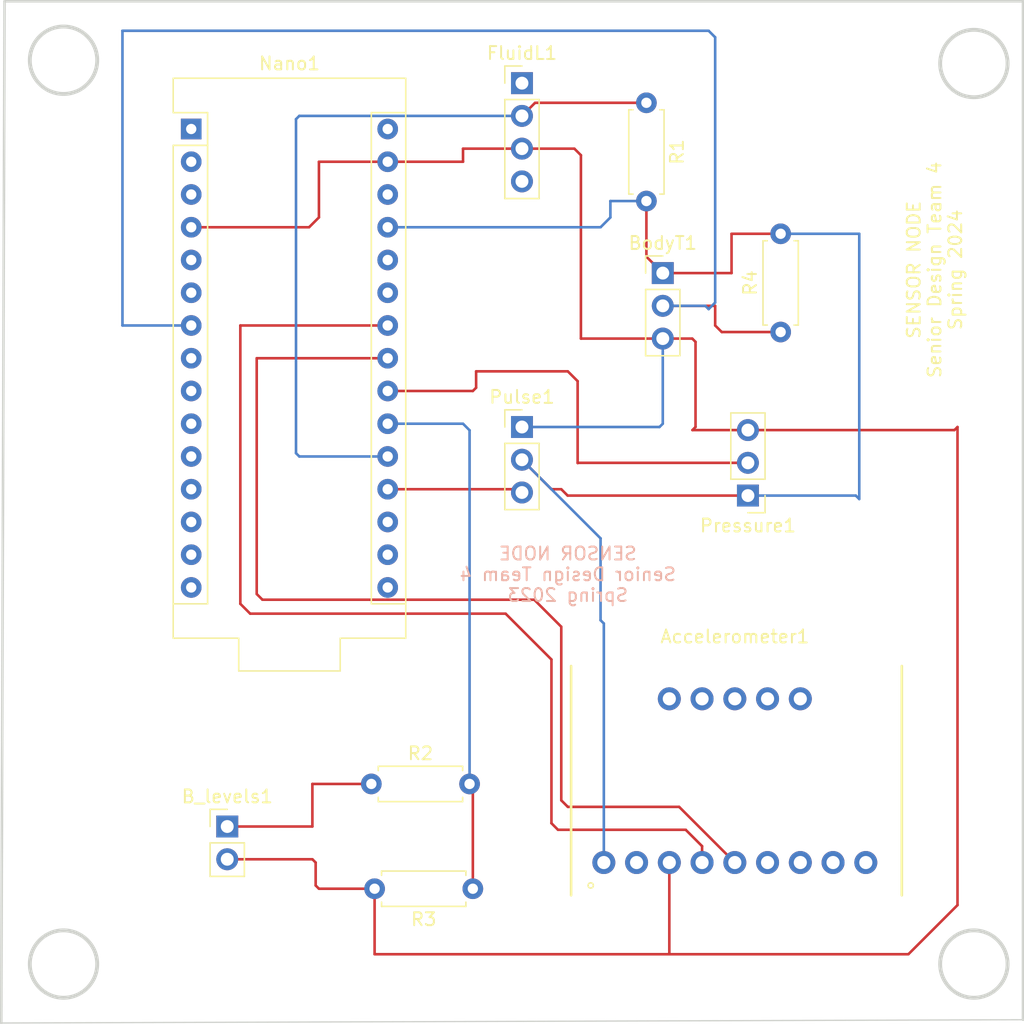
<source format=kicad_pcb>
(kicad_pcb (version 20221018) (generator pcbnew)
  (title_block (title "Sensor Node PCB") (rev "v01") (comment 4 "Author: Maryam Mukhtar "))
  (layers (0 "F.Cu" signal) (31 "B.Cu" signal) (34 "B.Paste" user) (35 "F.Paste" user) (36 "B.SilkS" user "B.Silkscreen") (37 "F.SilkS" user "F.Silkscreen") (38 "B.Mask" user) (39 "F.Mask" user) (44 "Edge.Cuts" user))
  (net 0 "")
  (net 1 "Net-(Nano1-Pad27)")
  (net 2 "Net-(Accelerometer1-Pad3)")
  (net 4 "Net-(Accelerometer1-Pad4)")
  (net 5 "Net-(Accelerometer1-Pad5)")
  (net 15 "Net-(Nano1-Pad7)")
  (net 18 "Net-(FluidL1-Pad2)")
  (net 19 "Net-(Nano1-Pad22)")
  (net 20 "Net-(Nano1-Pad19)")
  (net 21 "Net-(B_levels1-Pad1)")
  (net 29 "Net-(Nano1-Pad21)")
  (footprint "Arduino:Arduino_Nano" (layer "F.Cu") (at 134.366 53.594)
    (fp_text reference "Nano1" (at 7.62 -5.08) (layer "F.SilkS"))
    (fp_text value "Arduino_Nano")
    (fp_line (start -1.397 -3.937) (end -1.397 -1.27) (stroke (width 0.12)) (layer "F.SilkS"))
    (fp_line (start -1.397 1.27) (end -1.397 39.497) (stroke (width 0.12)) (layer "F.SilkS"))
    (fp_line (start -1.397 39.497) (end 3.683 39.497) (stroke (width 0.12)) (layer "F.SilkS"))
    (fp_line (start 1.27 -1.27) (end -1.397 -1.27) (stroke (width 0.12)) (layer "F.SilkS"))
    (fp_line (start 1.27 1.27) (end -1.397 1.27) (stroke (width 0.12)) (layer "F.SilkS"))
    (fp_line (start 1.27 1.27) (end 1.27 -1.27) (stroke (width 0.12)) (layer "F.SilkS"))
    (fp_line (start 1.27 1.27) (end 1.27 36.83) (stroke (width 0.12)) (layer "F.SilkS"))
    (fp_line (start 1.27 36.83) (end -1.4 36.83) (stroke (width 0.12)) (layer "F.SilkS"))
    (fp_line (start 3.683 42.037) (end 3.683 39.497) (stroke (width 0.12)) (layer "F.SilkS"))
    (fp_line (start 3.683 42.037) (end 11.557 42.037) (stroke (width 0.12)) (layer "F.SilkS"))
    (fp_line (start 11.557 39.497) (end 16.637 39.497) (stroke (width 0.12)) (layer "F.SilkS"))
    (fp_line (start 11.557 42.037) (end 11.557 39.497) (stroke (width 0.12)) (layer "F.SilkS"))
    (fp_line (start 13.97 -1.27) (end 13.97 36.83) (stroke (width 0.12)) (layer "F.SilkS"))
    (fp_line (start 13.97 -1.27) (end 16.64 -1.27) (stroke (width 0.12)) (layer "F.SilkS"))
    (fp_line (start 13.97 36.83) (end 16.64 36.83) (stroke (width 0.12)) (layer "F.SilkS"))
    (fp_line (start 16.637 -3.937) (end -1.397 -3.937) (stroke (width 0.12)) (layer "F.SilkS"))
    (fp_line (start 16.637 39.497) (end 16.637 -3.937) (stroke (width 0.12)) (layer "F.SilkS"))
    (pad "1" thru_hole rect (at 0 0) (size 1.6 1.6) (drill 0.8) (layers "*.Cu" "*.Mask"))
    (pad "2" thru_hole oval (at 0 2.54) (size 1.6 1.6) (drill 0.8) (layers "*.Cu" "*.Mask"))
    (pad "3" thru_hole oval (at 0 5.08) (size 1.6 1.6) (drill 0.8) (layers "*.Cu" "*.Mask"))
    (pad "4" thru_hole oval (at 0 7.62) (size 1.6 1.6) (drill 0.8) (layers "*.Cu" "*.Mask") (net 2 "Net-(Accelerometer1-Pad3)"))
    (pad "5" thru_hole oval (at 0 10.16) (size 1.6 1.6) (drill 0.8) (layers "*.Cu" "*.Mask"))
    (pad "6" thru_hole oval (at 0 12.7) (size 1.6 1.6) (drill 0.8) (layers "*.Cu" "*.Mask"))
    (pad "7" thru_hole oval (at 0 15.24) (size 1.6 1.6) (drill 0.8) (layers "*.Cu" "*.Mask") (net 15 "Net-(Nano1-Pad7)"))
    (pad "8" thru_hole oval (at 0 17.78) (size 1.6 1.6) (drill 0.8) (layers "*.Cu" "*.Mask"))
    (pad "9" thru_hole oval (at 0 20.32) (size 1.6 1.6) (drill 0.8) (layers "*.Cu" "*.Mask"))
    (pad "10" thru_hole oval (at 0 22.86) (size 1.6 1.6) (drill 0.8) (layers "*.Cu" "*.Mask"))
    (pad "11" thru_hole oval (at 0 25.4) (size 1.6 1.6) (drill 0.8) (layers "*.Cu" "*.Mask"))
    (pad "12" thru_hole oval (at 0 27.94) (size 1.6 1.6) (drill 0.8) (layers "*.Cu" "*.Mask"))
    (pad "13" thru_hole oval (at 0 30.48) (size 1.6 1.6) (drill 0.8) (layers "*.Cu" "*.Mask"))
    (pad "14" thru_hole oval (at 0 33.02) (size 1.6 1.6) (drill 0.8) (layers "*.Cu" "*.Mask"))
    (pad "15" thru_hole oval (at 0 35.56) (size 1.6 1.6) (drill 0.8) (layers "*.Cu" "*.Mask"))
    (pad "16" thru_hole oval (at 15.24 35.56) (size 1.6 1.6) (drill 0.8) (layers "*.Cu" "*.Mask"))
    (pad "17" thru_hole oval (at 15.24 33.02) (size 1.6 1.6) (drill 0.8) (layers "*.Cu" "*.Mask"))
    (pad "18" thru_hole oval (at 15.24 30.48) (size 1.6 1.6) (drill 0.8) (layers "*.Cu" "*.Mask"))
    (pad "19" thru_hole oval (at 15.24 27.94) (size 1.6 1.6) (drill 0.8) (layers "*.Cu" "*.Mask") (net 20 "Net-(Nano1-Pad19)"))
    (pad "20" thru_hole oval (at 15.24 25.4) (size 1.6 1.6) (drill 0.8) (layers "*.Cu" "*.Mask") (net 18 "Net-(FluidL1-Pad2)"))
    (pad "21" thru_hole oval (at 15.24 22.86) (size 1.6 1.6) (drill 0.8) (layers "*.Cu" "*.Mask") (net 29 "Net-(Nano1-Pad21)"))
    (pad "22" thru_hole oval (at 15.24 20.32) (size 1.6 1.6) (drill 0.8) (layers "*.Cu" "*.Mask") (net 19 "Net-(Nano1-Pad22)"))
    (pad "23" thru_hole oval (at 15.24 17.78) (size 1.6 1.6) (drill 0.8) (layers "*.Cu" "*.Mask") (net 5 "Net-(Accelerometer1-Pad5)"))
    (pad "24" thru_hole oval (at 15.24 15.24) (size 1.6 1.6) (drill 0.8) (layers "*.Cu" "*.Mask") (net 4 "Net-(Accelerometer1-Pad4)"))
    (pad "25" thru_hole oval (at 15.24 12.7) (size 1.6 1.6) (drill 0.8) (layers "*.Cu" "*.Mask"))
    (pad "26" thru_hole oval (at 15.24 10.16) (size 1.6 1.6) (drill 0.8) (layers "*.Cu" "*.Mask"))
    (pad "27" thru_hole oval (at 15.24 7.62) (size 1.6 1.6) (drill 0.8) (layers "*.Cu" "*.Mask") (net 1 "Net-(Nano1-Pad27)"))
    (pad "28" thru_hole oval (at 15.24 5.08) (size 1.6 1.6) (drill 0.8) (layers "*.Cu" "*.Mask"))
    (pad "29" thru_hole oval (at 15.24 2.54) (size 1.6 1.6) (drill 0.8) (layers "*.Cu" "*.Mask") (net 2 "Net-(Accelerometer1-Pad3)"))
    (pad "30" thru_hole oval (at 15.24 0) (size 1.6 1.6) (drill 0.8) (layers "*.Cu" "*.Mask"))
  )
  (footprint "Connector_PinHeader_2.54mm:PinHeader_1x02_P2.54mm_Vertical" (layer "F.Cu") (at 137.16 107.696)
    (fp_text reference "B_levels1" (at 0 -2.33) (layer "F.SilkS"))
    (fp_text value "BT_L_Port")
    (fp_line (start -1.33 -1.33) (end 0 -1.33) (stroke (width 0.12)) (layer "F.SilkS"))
    (fp_line (start -1.33 0) (end -1.33 -1.33) (stroke (width 0.12)) (layer "F.SilkS"))
    (fp_line (start -1.33 1.27) (end -1.33 3.87) (stroke (width 0.12)) (layer "F.SilkS"))
    (fp_line (start -1.33 1.27) (end 1.33 1.27) (stroke (width 0.12)) (layer "F.SilkS"))
    (fp_line (start -1.33 3.87) (end 1.33 3.87) (stroke (width 0.12)) (layer "F.SilkS"))
    (fp_line (start 1.33 1.27) (end 1.33 3.87) (stroke (width 0.12)) (layer "F.SilkS"))
    (pad "1" thru_hole rect (at 0 0) (size 1.7 1.7) (drill 1) (layers "*.Cu" "*.Mask") (net 21 "Net-(B_levels1-Pad1)"))
    (pad "2" thru_hole oval (at 0 2.54) (size 1.7 1.7) (drill 1) (layers "*.Cu" "*.Mask") (net 2 "Net-(Accelerometer1-Pad3)"))
  )
  (footprint "Resistor_THT:R_Axial_DIN0207_L6.3mm_D2.5mm_P7.62mm_Horizontal" (layer "F.Cu") (at 169.672 51.562 -90)
    (fp_text reference "R1" (at 3.81 -2.37 90) (layer "F.SilkS"))
    (fp_text value "560Ω")
    (fp_line (start 0.54 -1.37) (end 7.08 -1.37) (stroke (width 0.12)) (layer "F.SilkS"))
    (fp_line (start 0.54 -1.04) (end 0.54 -1.37) (stroke (width 0.12)) (layer "F.SilkS"))
    (fp_line (start 0.54 1.04) (end 0.54 1.37) (stroke (width 0.12)) (layer "F.SilkS"))
    (fp_line (start 0.54 1.37) (end 7.08 1.37) (stroke (width 0.12)) (layer "F.SilkS"))
    (fp_line (start 7.08 -1.37) (end 7.08 -1.04) (stroke (width 0.12)) (layer "F.SilkS"))
    (fp_line (start 7.08 1.37) (end 7.08 1.04) (stroke (width 0.12)) (layer "F.SilkS"))
    (pad "1" thru_hole circle (at 0 0 270) (size 1.6 1.6) (drill 0.8) (layers "*.Cu" "*.Mask") (net 18 "Net-(FluidL1-Pad2)"))
    (pad "2" thru_hole oval (at 7.62 0 270) (size 1.6 1.6) (drill 0.8) (layers "*.Cu" "*.Mask") (net 1 "Net-(Nano1-Pad27)"))
  )
  (footprint "Connector_PinHeader_2.54mm:PinHeader_1x04_P2.54mm_Vertical" (layer "F.Cu") (at 160.02 50.038)
    (fp_text reference "FluidL1" (at 0 -2.33) (layer "F.SilkS"))
    (fp_text value "eTape_Port")
    (fp_line (start -1.33 -1.33) (end 0 -1.33) (stroke (width 0.12)) (layer "F.SilkS"))
    (fp_line (start -1.33 0) (end -1.33 -1.33) (stroke (width 0.12)) (layer "F.SilkS"))
    (fp_line (start -1.33 1.27) (end -1.33 8.95) (stroke (width 0.12)) (layer "F.SilkS"))
    (fp_line (start -1.33 1.27) (end 1.33 1.27) (stroke (width 0.12)) (layer "F.SilkS"))
    (fp_line (start -1.33 8.95) (end 1.33 8.95) (stroke (width 0.12)) (layer "F.SilkS"))
    (fp_line (start 1.33 1.27) (end 1.33 8.95) (stroke (width 0.12)) (layer "F.SilkS"))
    (pad "1" thru_hole rect (at 0 0) (size 1.7 1.7) (drill 1) (layers "*.Cu" "*.Mask"))
    (pad "2" thru_hole oval (at 0 2.54) (size 1.7 1.7) (drill 1) (layers "*.Cu" "*.Mask") (net 18 "Net-(FluidL1-Pad2)"))
    (pad "3" thru_hole oval (at 0 5.08) (size 1.7 1.7) (drill 1) (layers "*.Cu" "*.Mask") (net 2 "Net-(Accelerometer1-Pad3)"))
    (pad "4" thru_hole oval (at 0 7.62) (size 1.7 1.7) (drill 1) (layers "*.Cu" "*.Mask"))
  )
  (footprint "Connector_PinHeader_2.54mm:PinHeader_1x03_P2.54mm_Vertical" (layer "F.Cu") (at 160.02 76.708)
    (fp_text reference "Pulse1" (at 0 -2.33) (layer "F.SilkS"))
    (fp_text value "SEN-11574_Port")
    (fp_line (start -1.33 -1.33) (end 0 -1.33) (stroke (width 0.12)) (layer "F.SilkS"))
    (fp_line (start -1.33 0) (end -1.33 -1.33) (stroke (width 0.12)) (layer "F.SilkS"))
    (fp_line (start -1.33 1.27) (end -1.33 6.41) (stroke (width 0.12)) (layer "F.SilkS"))
    (fp_line (start -1.33 1.27) (end 1.33 1.27) (stroke (width 0.12)) (layer "F.SilkS"))
    (fp_line (start -1.33 6.41) (end 1.33 6.41) (stroke (width 0.12)) (layer "F.SilkS"))
    (fp_line (start 1.33 1.27) (end 1.33 6.41) (stroke (width 0.12)) (layer "F.SilkS"))
    (pad "1" thru_hole rect (at 0 0) (size 1.7 1.7) (drill 1) (layers "*.Cu" "*.Mask") (net 2 "Net-(Accelerometer1-Pad3)"))
    (pad "2" thru_hole oval (at 0 2.54) (size 1.7 1.7) (drill 1) (layers "*.Cu" "*.Mask") (net 1 "Net-(Nano1-Pad27)"))
    (pad "3" thru_hole oval (at 0 5.08) (size 1.7 1.7) (drill 1) (layers "*.Cu" "*.Mask") (net 20 "Net-(Nano1-Pad19)"))
  )
  (footprint "Resistor_THT:R_Axial_DIN0207_L6.3mm_D2.5mm_P7.62mm_Horizontal" (layer "F.Cu") (at 180.086 69.342 90)
    (fp_text reference "R4" (at 3.81 -2.37 90) (layer "F.SilkS"))
    (fp_text value "4.7kΩ")
    (fp_line (start 0.54 -1.37) (end 7.08 -1.37) (stroke (width 0.12)) (layer "F.SilkS"))
    (fp_line (start 0.54 -1.04) (end 0.54 -1.37) (stroke (width 0.12)) (layer "F.SilkS"))
    (fp_line (start 0.54 1.04) (end 0.54 1.37) (stroke (width 0.12)) (layer "F.SilkS"))
    (fp_line (start 0.54 1.37) (end 7.08 1.37) (stroke (width 0.12)) (layer "F.SilkS"))
    (fp_line (start 7.08 -1.37) (end 7.08 -1.04) (stroke (width 0.12)) (layer "F.SilkS"))
    (fp_line (start 7.08 1.37) (end 7.08 1.04) (stroke (width 0.12)) (layer "F.SilkS"))
    (pad "1" thru_hole circle (at 0 0 90) (size 1.6 1.6) (drill 0.8) (layers "*.Cu" "*.Mask") (net 15 "Net-(Nano1-Pad7)"))
    (pad "2" thru_hole oval (at 7.62 0 90) (size 1.6 1.6) (drill 0.8) (layers "*.Cu" "*.Mask") (net 1 "Net-(Nano1-Pad27)"))
  )
  (footprint "My_footprints_Library:LSM6DSOX" (layer "F.Cu") (at 176.53 104.14)
    (fp_text reference "Accelerometer1" (at 0 -11.176 unlocked) (layer "F.SilkS"))
    (fp_text value "LSM6DSOX")
    (fp_line (start -12.7 8.89) (end -12.7 -8.89) (stroke (width 0.2032)) (layer "F.SilkS"))
    (fp_line (start 12.954 8.89) (end 12.954 -8.89) (stroke (width 0.2032)) (layer "F.SilkS"))
    (fp_circle (center -11.176 8.128) (end -10.9728 8.128) (stroke (width 0.12)) (fill none) (layer "F.SilkS"))
    (pad "1" thru_hole circle (at -10.16 6.35) (size 1.782 1.782) (drill 1.02) (layers "*.Cu" "*.Mask") (net 1 "Net-(Nano1-Pad27)"))
    (pad "2" thru_hole circle (at -7.62 6.35) (size 1.782 1.782) (drill 1.02) (layers "*.Cu" "*.Mask"))
    (pad "3" thru_hole circle (at -5.08 6.35) (size 1.782 1.782) (drill 1.02) (layers "*.Cu" "*.Mask") (net 2 "Net-(Accelerometer1-Pad3)"))
    (pad "4" thru_hole circle (at -2.54 6.35) (size 1.782 1.782) (drill 1.02) (layers "*.Cu" "*.Mask") (net 4 "Net-(Accelerometer1-Pad4)"))
    (pad "5" thru_hole circle (at 0 6.35) (size 1.782 1.782) (drill 1.02) (layers "*.Cu" "*.Mask") (net 5 "Net-(Accelerometer1-Pad5)"))
    (pad "6" thru_hole circle (at 2.54 6.35) (size 1.782 1.782) (drill 1.02) (layers "*.Cu" "*.Mask"))
    (pad "7" thru_hole circle (at 5.08 6.35) (size 1.782 1.782) (drill 1.02) (layers "*.Cu" "*.Mask"))
    (pad "8" thru_hole circle (at 7.62 6.35) (size 1.782 1.782) (drill 1.02) (layers "*.Cu" "*.Mask"))
    (pad "9" thru_hole circle (at 10.16 6.35) (size 1.782 1.782) (drill 1.02) (layers "*.Cu" "*.Mask"))
    (pad "10" thru_hole circle (at -5.08 -6.35) (size 1.782 1.782) (drill 1.02) (layers "*.Cu" "*.Mask"))
    (pad "11" thru_hole circle (at -2.54 -6.35) (size 1.782 1.782) (drill 1.02) (layers "*.Cu" "*.Mask"))
    (pad "12" thru_hole circle (at 0 -6.35) (size 1.782 1.782) (drill 1.02) (layers "*.Cu" "*.Mask"))
    (pad "13" thru_hole circle (at 2.54 -6.35) (size 1.782 1.782) (drill 1.02) (layers "*.Cu" "*.Mask"))
    (pad "14" thru_hole circle (at 5.08 -6.35) (size 1.782 1.782) (drill 1.02) (layers "*.Cu" "*.Mask"))
  )
  (footprint "Resistor_THT:R_Axial_DIN0207_L6.3mm_D2.5mm_P7.62mm_Horizontal" (layer "F.Cu") (at 148.336 104.394)
    (fp_text reference "R2" (at 3.81 -2.37) (layer "F.SilkS"))
    (fp_text value "21kΩ")
    (fp_line (start 0.54 -1.37) (end 7.08 -1.37) (stroke (width 0.12)) (layer "F.SilkS"))
    (fp_line (start 0.54 -1.04) (end 0.54 -1.37) (stroke (width 0.12)) (layer "F.SilkS"))
    (fp_line (start 0.54 1.04) (end 0.54 1.37) (stroke (width 0.12)) (layer "F.SilkS"))
    (fp_line (start 0.54 1.37) (end 7.08 1.37) (stroke (width 0.12)) (layer "F.SilkS"))
    (fp_line (start 7.08 -1.37) (end 7.08 -1.04) (stroke (width 0.12)) (layer "F.SilkS"))
    (fp_line (start 7.08 1.37) (end 7.08 1.04) (stroke (width 0.12)) (layer "F.SilkS"))
    (pad "1" thru_hole circle (at 0 0) (size 1.6 1.6) (drill 0.8) (layers "*.Cu" "*.Mask") (net 21 "Net-(B_levels1-Pad1)"))
    (pad "2" thru_hole oval (at 7.62 0) (size 1.6 1.6) (drill 0.8) (layers "*.Cu" "*.Mask") (net 29 "Net-(Nano1-Pad21)"))
  )
  (footprint "Resistor_THT:R_Axial_DIN0207_L6.3mm_D2.5mm_P7.62mm_Horizontal" (layer "F.Cu") (at 156.21 112.522 180)
    (fp_text reference "R3" (at 3.81 -2.37) (layer "F.SilkS"))
    (fp_text value "11kΩ")
    (fp_line (start 0.54 -1.37) (end 7.08 -1.37) (stroke (width 0.12)) (layer "F.SilkS"))
    (fp_line (start 0.54 -1.04) (end 0.54 -1.37) (stroke (width 0.12)) (layer "F.SilkS"))
    (fp_line (start 0.54 1.04) (end 0.54 1.37) (stroke (width 0.12)) (layer "F.SilkS"))
    (fp_line (start 0.54 1.37) (end 7.08 1.37) (stroke (width 0.12)) (layer "F.SilkS"))
    (fp_line (start 7.08 -1.37) (end 7.08 -1.04) (stroke (width 0.12)) (layer "F.SilkS"))
    (fp_line (start 7.08 1.37) (end 7.08 1.04) (stroke (width 0.12)) (layer "F.SilkS"))
    (pad "1" thru_hole circle (at 0 0 180) (size 1.6 1.6) (drill 0.8) (layers "*.Cu" "*.Mask") (net 29 "Net-(Nano1-Pad21)"))
    (pad "2" thru_hole oval (at 7.62 0 180) (size 1.6 1.6) (drill 0.8) (layers "*.Cu" "*.Mask") (net 2 "Net-(Accelerometer1-Pad3)"))
  )
  (footprint "Connector_PinHeader_2.54mm:PinHeader_1x03_P2.54mm_Vertical" (layer "F.Cu") (at 170.942 64.77)
    (fp_text reference "BodyT1" (at 0 -2.33) (layer "F.SilkS"))
    (fp_text value "LM35_Port")
    (fp_line (start -1.33 -1.33) (end 0 -1.33) (stroke (width 0.12)) (layer "F.SilkS"))
    (fp_line (start -1.33 0) (end -1.33 -1.33) (stroke (width 0.12)) (layer "F.SilkS"))
    (fp_line (start -1.33 1.27) (end -1.33 6.41) (stroke (width 0.12)) (layer "F.SilkS"))
    (fp_line (start -1.33 1.27) (end 1.33 1.27) (stroke (width 0.12)) (layer "F.SilkS"))
    (fp_line (start -1.33 6.41) (end 1.33 6.41) (stroke (width 0.12)) (layer "F.SilkS"))
    (fp_line (start 1.33 1.27) (end 1.33 6.41) (stroke (width 0.12)) (layer "F.SilkS"))
    (pad "1" thru_hole rect (at 0 0) (size 1.7 1.7) (drill 1) (layers "*.Cu" "*.Mask") (net 1 "Net-(Nano1-Pad27)"))
    (pad "2" thru_hole oval (at 0 2.54) (size 1.7 1.7) (drill 1) (layers "*.Cu" "*.Mask") (net 15 "Net-(Nano1-Pad7)"))
    (pad "3" thru_hole oval (at 0 5.08) (size 1.7 1.7) (drill 1) (layers "*.Cu" "*.Mask") (net 2 "Net-(Accelerometer1-Pad3)"))
  )
  (footprint "Connector_PinHeader_2.54mm:PinHeader_1x03_P2.54mm_Vertical" (layer "F.Cu") (at 177.546 82.027 180)
    (fp_text reference "Pressure1" (at 0 -2.33) (layer "F.SilkS"))
    (fp_text value "P_trans_port")
    (fp_line (start -1.33 -1.33) (end 0 -1.33) (stroke (width 0.12)) (layer "F.SilkS"))
    (fp_line (start -1.33 0) (end -1.33 -1.33) (stroke (width 0.12)) (layer "F.SilkS"))
    (fp_line (start -1.33 1.27) (end -1.33 6.41) (stroke (width 0.12)) (layer "F.SilkS"))
    (fp_line (start -1.33 1.27) (end 1.33 1.27) (stroke (width 0.12)) (layer "F.SilkS"))
    (fp_line (start -1.33 6.41) (end 1.33 6.41) (stroke (width 0.12)) (layer "F.SilkS"))
    (fp_line (start 1.33 1.27) (end 1.33 6.41) (stroke (width 0.12)) (layer "F.SilkS"))
    (pad "1" thru_hole rect (at 0 0 180) (size 1.7 1.7) (drill 1) (layers "*.Cu" "*.Mask") (net 1 "Net-(Nano1-Pad27)"))
    (pad "2" thru_hole oval (at 0 2.54 180) (size 1.7 1.7) (drill 1) (layers "*.Cu" "*.Mask") (net 19 "Net-(Nano1-Pad22)"))
    (pad "3" thru_hole oval (at 0 5.08 180) (size 1.7 1.7) (drill 1) (layers "*.Cu" "*.Mask") (net 2 "Net-(Accelerometer1-Pad3)"))
  )
  (gr_line (start 119.634 122.936) (end 198.882 122.682) (stroke (width 0.1)) (layer "Edge.Cuts"))
  (gr_circle (center 124.46 118.364) (end 127.07509 118.364) (stroke (width 0.3)) (fill none) (layer "Edge.Cuts"))
  (gr_line (start 119.888 43.688) (end 119.634 122.936) (stroke (width 0.2)) (layer "Edge.Cuts"))
  (gr_circle (center 195.072 118.364) (end 197.68709 118.364) (stroke (width 0.3)) (fill none) (layer "Edge.Cuts"))
  (gr_line (start 198.882 43.688) (end 119.888 43.688) (stroke (width 0.2)) (layer "Edge.Cuts"))
  (gr_line (start 198.882 122.682) (end 198.882 43.688) (stroke (width 0.2)) (layer "Edge.Cuts"))
  (gr_circle (center 124.46 48.26) (end 127.07509 48.26) (stroke (width 0.3)) (fill none) (layer "Edge.Cuts"))
  (gr_circle (center 195.072 48.514) (end 197.68709 48.514) (stroke (width 0.3)) (fill none) (layer "Edge.Cuts"))
  (gr_text "SENSOR NODE\nSenior Design Team 4\nSpring 2023" (at 163.576 88.138) (layer "B.SilkS") (effects (font (size 1 1)) (justify mirror)))
  (gr_text "SENSOR NODE\nSenior Design Team 4\nSpring 2024" (at 192.024 64.516 90) (layer "F.SilkS") (effects (font (size 1 1))))
  (segment (start 176.276 61.722) (end 176.276 64.77) (width 0.2) (layer "F.Cu") (net 1))
  (segment (start 162.306 81.534) (end 163.068 81.534) (width 0.2) (layer "F.Cu") (net 1))
  (segment (start 176.276 64.77) (end 170.942 64.77) (width 0.2) (layer "F.Cu") (net 1))
  (segment (start 163.561 82.027) (end 177.546 82.027) (width 0.2) (layer "F.Cu") (net 1))
  (segment (start 160.02 79.248) (end 162.306 81.534) (width 0.2) (layer "F.Cu") (net 1))
  (segment (start 169.672 63.5) (end 170.942 64.77) (width 0.2) (layer "F.Cu") (net 1))
  (segment (start 169.672 59.182) (end 169.672 63.5) (width 0.2) (layer "F.Cu") (net 1))
  (segment (start 163.068 81.534) (end 163.561 82.027) (width 0.2) (layer "F.Cu") (net 1))
  (segment (start 180.086 61.722) (end 176.276 61.722) (width 0.2) (layer "F.Cu") (net 1))
  (segment (start 160.02 79.248) (end 166.116 85.344) (width 0.2) (layer "B.Cu") (net 1))
  (segment (start 166.116 91.694) (end 166.37 91.948) (width 0.2) (layer "B.Cu") (net 1))
  (segment (start 166.116 85.344) (end 166.116 91.694) (width 0.2) (layer "B.Cu") (net 1))
  (segment (start 186.182 61.722) (end 180.086 61.722) (width 0.2) (layer "B.Cu") (net 1))
  (segment (start 166.878 59.182) (end 169.672 59.182) (width 0.2) (layer "B.Cu") (net 1))
  (segment (start 149.606 61.214) (end 166.116 61.214) (width 0.2) (layer "B.Cu") (net 1))
  (segment (start 166.878 60.452) (end 166.878 59.182) (width 0.2) (layer "B.Cu") (net 1))
  (segment (start 185.913 82.027) (end 186.182 82.296) (width 0.2) (layer "B.Cu") (net 1))
  (segment (start 186.182 82.296) (end 186.182 61.722) (width 0.2) (layer "B.Cu") (net 1))
  (segment (start 166.116 61.214) (end 166.878 60.452) (width 0.2) (layer "B.Cu") (net 1))
  (segment (start 166.37 91.948) (end 166.37 110.49) (width 0.2) (layer "B.Cu") (net 1))
  (segment (start 177.546 82.027) (end 185.913 82.027) (width 0.2) (layer "B.Cu") (net 1))
  (segment (start 143.51 61.214) (end 144.272 60.452) (width 0.2) (layer "F.Cu") (net 2))
  (segment (start 143.764 110.236) (end 144.018 110.49) (width 0.2) (layer "F.Cu") (net 2))
  (segment (start 144.272 56.134) (end 149.606 56.134) (width 0.2) (layer "F.Cu") (net 2))
  (segment (start 173.482 76.708) (end 173.243 76.947) (width 0.2) (layer "F.Cu") (net 2))
  (segment (start 134.366 61.214) (end 143.51 61.214) (width 0.2) (layer "F.Cu") (net 2))
  (segment (start 171.45 110.49) (end 171.45 117.602) (width 0.2) (layer "F.Cu") (net 2))
  (segment (start 149.606 56.134) (end 155.448 56.134) (width 0.2) (layer "F.Cu") (net 2))
  (segment (start 160.02 55.118) (end 164.084 55.118) (width 0.2) (layer "F.Cu") (net 2))
  (segment (start 193.802 76.708) (end 193.563 76.947) (width 0.2) (layer "F.Cu") (net 2))
  (segment (start 155.448 55.118) (end 160.02 55.118) (width 0.2) (layer "F.Cu") (net 2))
  (segment (start 173.243 76.947) (end 177.546 76.947) (width 0.2) (layer "F.Cu") (net 2))
  (segment (start 193.563 76.947) (end 177.546 76.947) (width 0.2) (layer "F.Cu") (net 2))
  (segment (start 148.59 117.602) (end 171.45 117.602) (width 0.2) (layer "F.Cu") (net 2))
  (segment (start 173.482 70.104) (end 173.482 76.708) (width 0.2) (layer "F.Cu") (net 2))
  (segment (start 155.448 56.134) (end 155.448 55.118) (width 0.2) (layer "F.Cu") (net 2))
  (segment (start 164.592 69.85) (end 170.942 69.85) (width 0.2) (layer "F.Cu") (net 2))
  (segment (start 137.16 110.236) (end 143.764 110.236) (width 0.2) (layer "F.Cu") (net 2))
  (segment (start 189.992 117.602) (end 193.802 113.792) (width 0.2) (layer "F.Cu") (net 2))
  (segment (start 144.018 112.268) (end 144.272 112.522) (width 0.2) (layer "F.Cu") (net 2))
  (segment (start 144.272 60.452) (end 144.272 56.134) (width 0.2) (layer "F.Cu") (net 2))
  (segment (start 193.802 113.792) (end 193.802 76.708) (width 0.2) (layer "F.Cu") (net 2))
  (segment (start 164.592 55.626) (end 164.592 69.85) (width 0.2) (layer "F.Cu") (net 2))
  (segment (start 170.942 69.85) (end 173.228 69.85) (width 0.2) (layer "F.Cu") (net 2))
  (segment (start 144.272 112.522) (end 148.59 112.522) (width 0.2) (layer "F.Cu") (net 2))
  (segment (start 144.018 110.49) (end 144.018 112.268) (width 0.2) (layer "F.Cu") (net 2))
  (segment (start 148.59 112.522) (end 148.59 117.602) (width 0.2) (layer "F.Cu") (net 2))
  (segment (start 164.084 55.118) (end 164.592 55.626) (width 0.2) (layer "F.Cu") (net 2))
  (segment (start 173.228 69.85) (end 173.482 70.104) (width 0.2) (layer "F.Cu") (net 2))
  (segment (start 171.45 117.602) (end 189.992 117.602) (width 0.2) (layer "F.Cu") (net 2))
  (segment (start 160.02 76.708) (end 170.688 76.708) (width 0.2) (layer "B.Cu") (net 2))
  (segment (start 170.688 76.708) (end 170.942 76.454) (width 0.2) (layer "B.Cu") (net 2))
  (segment (start 170.942 76.454) (end 170.942 69.85) (width 0.2) (layer "B.Cu") (net 2))
  (segment (start 173.99 109.22) (end 172.72 107.95) (width 0.2) (layer "F.Cu") (net 4))
  (segment (start 162.306 107.442) (end 162.306 94.742) (width 0.2) (layer "F.Cu") (net 4))
  (segment (start 138.938 91.186) (end 138.176 90.424) (width 0.2) (layer "F.Cu") (net 4))
  (segment (start 138.176 68.834) (end 149.606 68.834) (width 0.2) (layer "F.Cu") (net 4))
  (segment (start 172.72 107.95) (end 162.814 107.95) (width 0.2) (layer "F.Cu") (net 4))
  (segment (start 162.814 107.95) (end 162.306 107.442) (width 0.2) (layer "F.Cu") (net 4))
  (segment (start 138.176 90.424) (end 138.176 68.834) (width 0.2) (layer "F.Cu") (net 4))
  (segment (start 173.99 110.49) (end 173.99 109.22) (width 0.2) (layer "F.Cu") (net 4))
  (segment (start 162.306 94.742) (end 158.75 91.186) (width 0.2) (layer "F.Cu") (net 4))
  (segment (start 158.75 91.186) (end 138.938 91.186) (width 0.2) (layer "F.Cu") (net 4))
  (segment (start 139.446 89.662) (end 139.446 71.374) (width 0.2) (layer "F.Cu") (net 5))
  (segment (start 139.446 71.374) (end 149.606 71.374) (width 0.2) (layer "F.Cu") (net 5))
  (segment (start 172.212 106.172) (end 163.576 106.172) (width 0.2) (layer "F.Cu") (net 5))
  (segment (start 176.53 110.49) (end 172.212 106.172) (width 0.2) (layer "F.Cu") (net 5))
  (segment (start 163.068 92.202) (end 160.970311 90.104311) (width 0.2) (layer "F.Cu") (net 5))
  (segment (start 163.576 106.172) (end 163.068 105.664) (width 0.2) (layer "F.Cu") (net 5))
  (segment (start 139.888311 90.104311) (end 139.446 89.662) (width 0.2) (layer "F.Cu") (net 5))
  (segment (start 160.970311 90.104311) (end 139.888311 90.104311) (width 0.2) (layer "F.Cu") (net 5))
  (segment (start 163.068 105.664) (end 163.068 92.202) (width 0.2) (layer "F.Cu") (net 5))
  (segment (start 175.006 68.834) (end 175.006 67.31) (width 0.2) (layer "F.Cu") (net 15))
  (segment (start 175.006 67.31) (end 170.942 67.31) (width 0.2) (layer "F.Cu") (net 15))
  (segment (start 180.086 69.342) (end 175.514 69.342) (width 0.2) (layer "F.Cu") (net 15))
  (segment (start 175.514 69.342) (end 175.006 68.834) (width 0.2) (layer "F.Cu") (net 15))
  (segment (start 174.498 45.974) (end 175.006 46.482) (width 0.2) (layer "B.Cu") (net 15))
  (segment (start 174.244 67.31) (end 170.942 67.31) (width 0.2) (layer "B.Cu") (net 15))
  (segment (start 129.032 45.974) (end 174.498 45.974) (width 0.2) (layer "B.Cu") (net 15))
  (segment (start 174.498 67.564) (end 174.244 67.31) (width 0.2) (layer "B.Cu") (net 15))
  (segment (start 175.006 46.482) (end 175.006 67.056) (width 0.2) (layer "B.Cu") (net 15))
  (segment (start 129.032 68.834) (end 129.032 45.974) (width 0.2) (layer "B.Cu") (net 15))
  (segment (start 134.366 68.834) (end 129.032 68.834) (width 0.2) (layer "B.Cu") (net 15))
  (segment (start 175.006 67.056) (end 174.498 67.564) (width 0.2) (layer "B.Cu") (net 15))
  (segment (start 161.036 51.562) (end 160.02 52.578) (width 0.2) (layer "F.Cu") (net 18))
  (segment (start 169.672 51.562) (end 161.036 51.562) (width 0.2) (layer "F.Cu") (net 18))
  (segment (start 142.494 78.74) (end 142.748 78.994) (width 0.2) (layer "B.Cu") (net 18))
  (segment (start 142.494 52.832) (end 142.494 78.74) (width 0.2) (layer "B.Cu") (net 18))
  (segment (start 160.02 52.578) (end 142.748 52.578) (width 0.2) (layer "B.Cu") (net 18))
  (segment (start 142.748 52.578) (end 142.494 52.832) (width 0.2) (layer "B.Cu") (net 18))
  (segment (start 142.748 78.994) (end 149.606 78.994) (width 0.2) (layer "B.Cu") (net 18))
  (segment (start 164.353 79.487) (end 177.546 79.487) (width 0.2) (layer "F.Cu") (net 19))
  (segment (start 163.576 72.39) (end 164.338 73.152) (width 0.2) (layer "F.Cu") (net 19))
  (segment (start 156.21 73.914) (end 156.464 73.66) (width 0.2) (layer "F.Cu") (net 19))
  (segment (start 149.606 73.914) (end 156.21 73.914) (width 0.2) (layer "F.Cu") (net 19))
  (segment (start 164.338 73.152) (end 164.338 79.502) (width 0.2) (layer "F.Cu") (net 19))
  (segment (start 156.464 73.66) (end 156.464 72.39) (width 0.2) (layer "F.Cu") (net 19))
  (segment (start 156.464 72.39) (end 163.576 72.39) (width 0.2) (layer "F.Cu") (net 19))
  (segment (start 164.338 79.502) (end 164.353 79.487) (width 0.2) (layer "F.Cu") (net 19))
  (segment (start 149.606 81.534) (end 159.766 81.534) (width 0.2) (layer "F.Cu") (net 20))
  (segment (start 159.766 81.534) (end 160.02 81.788) (width 0.2) (layer "F.Cu") (net 20))
  (segment (start 143.764 107.696) (end 143.764 104.394) (width 0.2) (layer "F.Cu") (net 21))
  (segment (start 143.764 104.394) (end 148.336 104.394) (width 0.2) (layer "F.Cu") (net 21))
  (segment (start 137.16 107.696) (end 143.764 107.696) (width 0.2) (layer "F.Cu") (net 21))
  (segment (start 156.21 112.522) (end 156.21 104.648) (width 0.2) (layer "F.Cu") (net 29))
  (segment (start 156.21 104.648) (end 155.956 104.394) (width 0.2) (layer "F.Cu") (net 29))
  (segment (start 155.448 76.454) (end 149.606 76.454) (width 0.2) (layer "B.Cu") (net 29))
  (segment (start 155.956 104.394) (end 155.956 76.962) (width 0.2) (layer "B.Cu") (net 29))
  (segment (start 155.956 76.962) (end 155.448 76.454) (width 0.2) (layer "B.Cu") (net 29))
)
</source>
